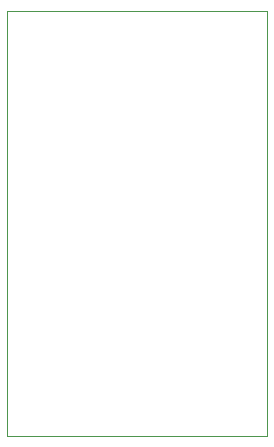
<source format=gbr>
%TF.GenerationSoftware,KiCad,Pcbnew,7.0.9*%
%TF.CreationDate,2024-03-22T21:38:29+01:00*%
%TF.ProjectId,KorrySmallPCB,4b6f7272-7953-46d6-916c-6c5043422e6b,rev?*%
%TF.SameCoordinates,Original*%
%TF.FileFunction,Profile,NP*%
%FSLAX46Y46*%
G04 Gerber Fmt 4.6, Leading zero omitted, Abs format (unit mm)*
G04 Created by KiCad (PCBNEW 7.0.9) date 2024-03-22 21:38:29*
%MOMM*%
%LPD*%
G01*
G04 APERTURE LIST*
%TA.AperFunction,Profile*%
%ADD10C,0.100000*%
%TD*%
G04 APERTURE END LIST*
D10*
X79650000Y-12575000D02*
X79650000Y-23500000D01*
X57650000Y-12575000D02*
X79650000Y-12575000D01*
X57650000Y-23500000D02*
X57650000Y-12575000D01*
X57650000Y-28500000D02*
X57650000Y-23500000D01*
X79650000Y-39500000D02*
X79650000Y-43500000D01*
X65150000Y-48500000D02*
X57650000Y-48500000D01*
X72150000Y-48500000D02*
X65150000Y-48500000D01*
X79650000Y-23500000D02*
X79650000Y-27500000D01*
X79650000Y-43500000D02*
X79650000Y-48500000D01*
X57650000Y-38500000D02*
X57650000Y-28500000D01*
X79650000Y-48500000D02*
X72150000Y-48500000D01*
X79650000Y-27500000D02*
X79650000Y-39500000D01*
X57650000Y-48500000D02*
X57650000Y-38500000D01*
M02*

</source>
